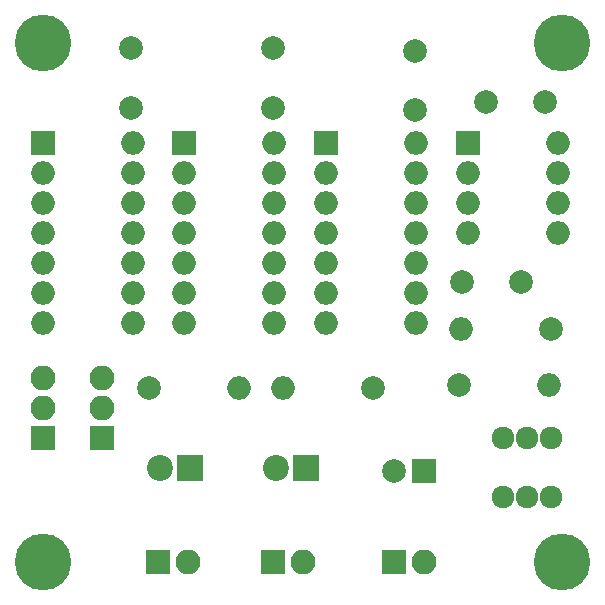
<source format=gbr>
G04 #@! TF.GenerationSoftware,KiCad,Pcbnew,(5.0.0-3-g5ebb6b6)*
G04 #@! TF.CreationDate,2018-08-15T23:13:33+01:00*
G04 #@! TF.ProjectId,clock,636C6F636B2E6B696361645F70636200,0.1*
G04 #@! TF.SameCoordinates,Original*
G04 #@! TF.FileFunction,Soldermask,Top*
G04 #@! TF.FilePolarity,Negative*
%FSLAX46Y46*%
G04 Gerber Fmt 4.6, Leading zero omitted, Abs format (unit mm)*
G04 Created by KiCad (PCBNEW (5.0.0-3-g5ebb6b6)) date Wednesday 15 August 2018 at 23:13:33*
%MOMM*%
%LPD*%
G01*
G04 APERTURE LIST*
%ADD10C,4.800000*%
%ADD11C,2.000000*%
%ADD12R,2.000000X2.000000*%
%ADD13R,2.200000X2.200000*%
%ADD14C,2.200000*%
%ADD15O,2.100000X2.100000*%
%ADD16R,2.100000X2.100000*%
%ADD17O,2.000000X2.000000*%
%ADD18C,1.924000*%
G04 APERTURE END LIST*
D10*
G04 #@! TO.C,REF\002A\002A*
X177000000Y-93000000D03*
G04 #@! TD*
G04 #@! TO.C,REF\002A\002A*
X133000000Y-93000000D03*
G04 #@! TD*
G04 #@! TO.C,REF\002A\002A*
X177000000Y-49000000D03*
G04 #@! TD*
D11*
G04 #@! TO.C,C1*
X140500000Y-54500000D03*
X140500000Y-49500000D03*
G04 #@! TD*
G04 #@! TO.C,C2*
X152500000Y-49500000D03*
X152500000Y-54500000D03*
G04 #@! TD*
G04 #@! TO.C,C3*
X175500000Y-54000000D03*
X170500000Y-54000000D03*
G04 #@! TD*
G04 #@! TO.C,C4*
X168500000Y-69250000D03*
X173500000Y-69250000D03*
G04 #@! TD*
G04 #@! TO.C,C5*
X162750000Y-85250000D03*
D12*
X165250000Y-85250000D03*
G04 #@! TD*
D11*
G04 #@! TO.C,C6*
X164500000Y-54750000D03*
X164500000Y-49750000D03*
G04 #@! TD*
D13*
G04 #@! TO.C,D1*
X145500000Y-85000000D03*
D14*
X142960000Y-85000000D03*
G04 #@! TD*
G04 #@! TO.C,D2*
X152710000Y-85000000D03*
D13*
X155250000Y-85000000D03*
G04 #@! TD*
D15*
G04 #@! TO.C,J1*
X145290000Y-93000000D03*
D16*
X142750000Y-93000000D03*
G04 #@! TD*
G04 #@! TO.C,J2*
X152500000Y-93000000D03*
D15*
X155040000Y-93000000D03*
G04 #@! TD*
G04 #@! TO.C,J3*
X165290000Y-93000000D03*
D16*
X162750000Y-93000000D03*
G04 #@! TD*
G04 #@! TO.C,J4*
X133000000Y-82500000D03*
D15*
X133000000Y-79960000D03*
X133000000Y-77420000D03*
G04 #@! TD*
G04 #@! TO.C,J5*
X138000000Y-77420000D03*
X138000000Y-79960000D03*
D16*
X138000000Y-82500000D03*
G04 #@! TD*
D11*
G04 #@! TO.C,R1*
X142000000Y-78250000D03*
D17*
X149620000Y-78250000D03*
G04 #@! TD*
G04 #@! TO.C,R2*
X153380000Y-78250000D03*
D11*
X161000000Y-78250000D03*
G04 #@! TD*
D17*
G04 #@! TO.C,R3*
X168380000Y-73250000D03*
D11*
X176000000Y-73250000D03*
G04 #@! TD*
G04 #@! TO.C,R4*
X168250000Y-78000000D03*
D17*
X175870000Y-78000000D03*
G04 #@! TD*
D18*
G04 #@! TO.C,SW1*
X176000000Y-82500000D03*
X174000000Y-82500000D03*
X172000000Y-82500000D03*
X176000000Y-87500000D03*
X174000000Y-87500000D03*
X172000000Y-87500000D03*
G04 #@! TD*
D12*
G04 #@! TO.C,U1*
X133000000Y-57500000D03*
D17*
X140620000Y-72740000D03*
X133000000Y-60040000D03*
X140620000Y-70200000D03*
X133000000Y-62580000D03*
X140620000Y-67660000D03*
X133000000Y-65120000D03*
X140620000Y-65120000D03*
X133000000Y-67660000D03*
X140620000Y-62580000D03*
X133000000Y-70200000D03*
X140620000Y-60040000D03*
X133000000Y-72740000D03*
X140620000Y-57500000D03*
G04 #@! TD*
G04 #@! TO.C,U2*
X152620000Y-57500000D03*
X145000000Y-72740000D03*
X152620000Y-60040000D03*
X145000000Y-70200000D03*
X152620000Y-62580000D03*
X145000000Y-67660000D03*
X152620000Y-65120000D03*
X145000000Y-65120000D03*
X152620000Y-67660000D03*
X145000000Y-62580000D03*
X152620000Y-70200000D03*
X145000000Y-60040000D03*
X152620000Y-72740000D03*
D12*
X145000000Y-57500000D03*
G04 #@! TD*
D17*
G04 #@! TO.C,U3*
X164620000Y-57500000D03*
X157000000Y-72740000D03*
X164620000Y-60040000D03*
X157000000Y-70200000D03*
X164620000Y-62580000D03*
X157000000Y-67660000D03*
X164620000Y-65120000D03*
X157000000Y-65120000D03*
X164620000Y-67660000D03*
X157000000Y-62580000D03*
X164620000Y-70200000D03*
X157000000Y-60040000D03*
X164620000Y-72740000D03*
D12*
X157000000Y-57500000D03*
G04 #@! TD*
D17*
G04 #@! TO.C,U4*
X176620000Y-57500000D03*
X169000000Y-65120000D03*
X176620000Y-60040000D03*
X169000000Y-62580000D03*
X176620000Y-62580000D03*
X169000000Y-60040000D03*
X176620000Y-65120000D03*
D12*
X169000000Y-57500000D03*
G04 #@! TD*
D10*
G04 #@! TO.C,REF\002A\002A*
X133000000Y-49000000D03*
G04 #@! TD*
M02*

</source>
